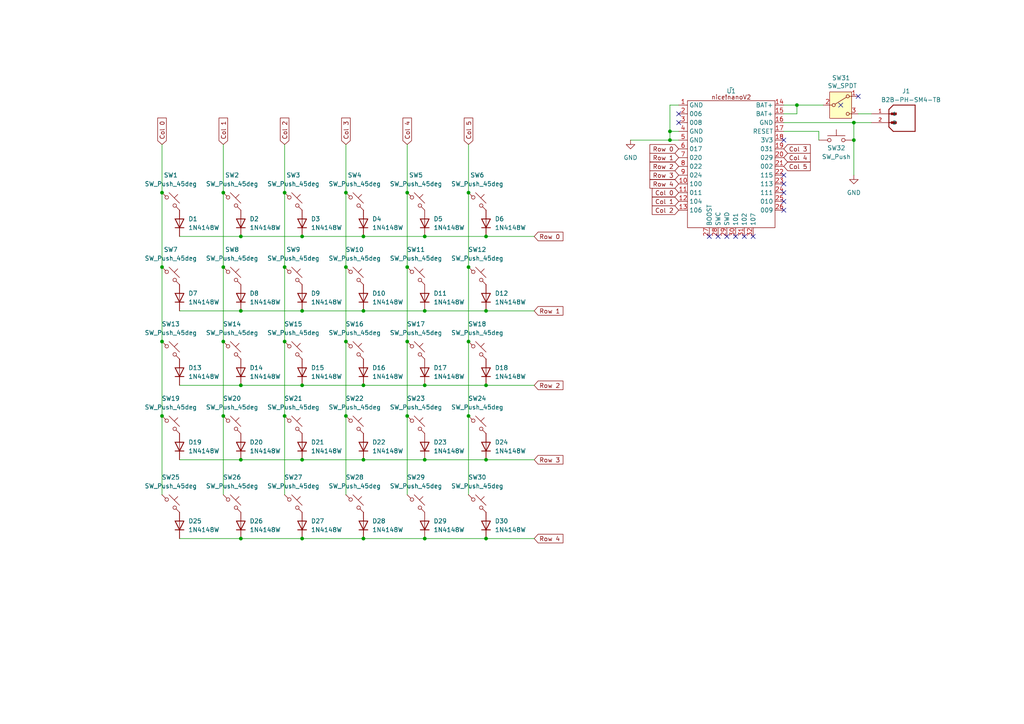
<source format=kicad_sch>
(kicad_sch (version 20250114) (generator "eeschema") (generator_version "9.0")
  (paper "A4")
  (lib_symbols
    (symbol "Diode:1N4148W" (pin_numbers (hide yes)) (pin_names (hide yes))
      (property "Reference" "D" (at 0 2.54 0))
      (property "Value" "1N4148W" (at 0 -2.54 0))
      (symbol "1N4148W_0_1"
        (polyline (pts (xy -1.27 1.27) (xy -1.27 -1.27)) (stroke (width 0.254)))
        (polyline (pts (xy 1.27 1.27) (xy 1.27 -1.27) (xy -1.27 0) (xy 1.27 1.27)) (stroke (width 0.254)))
        (polyline (pts (xy 1.27 0) (xy -1.27 0)))
      )
      (symbol "1N4148W_1_1"
        (pin passive line (at -3.81 0 0) (length 2.54) (name "K") (number "1"))
        (pin passive line (at 3.81 0 180) (length 2.54) (name "A") (number "2"))
      )
    )
    (symbol "Switch:SW_Push" (pin_numbers (hide yes)) (pin_names (offset 1.016) (hide yes))
      (property "Reference" "SW" (at 1.27 2.54 0))
      (property "Value" "SW_Push" (at 0 -1.524 0))
      (symbol "SW_Push_0_1"
        (circle (center -2.032 0) (radius 0.508))
        (polyline (pts (xy 0 1.27) (xy 0 3.048)))
        (circle (center 2.032 0) (radius 0.508))
        (polyline (pts (xy 2.54 1.27) (xy -2.54 1.27)))
        (pin passive line (at -5.08 0 0) (length 2.54) (name "1") (number "1"))
        (pin passive line (at 5.08 0 180) (length 2.54) (name "2") (number "2"))
      )
    )
    (symbol "Switch:SW_Push_45deg" (pin_numbers (hide yes)) (pin_names (offset 1.016) (hide yes))
      (property "Reference" "SW" (at 3.048 1.016 0))
      (property "Value" "SW_Push_45deg" (at 0 -3.81 0))
      (symbol "SW_Push_45deg_0_1"
        (polyline (pts (xy -2.54 2.54) (xy -1.524 1.524) (xy -1.524 1.524)))
        (circle (center -1.1684 1.1684) (radius 0.508))
        (polyline (pts (xy -0.508 2.54) (xy 2.54 -0.508)))
        (polyline (pts (xy 1.016 1.016) (xy 2.032 2.032)))
        (circle (center 1.143 -1.1938) (radius 0.508))
        (polyline (pts (xy 1.524 -1.524) (xy 2.54 -2.54) (xy 2.54 -2.54) (xy 2.54 -2.54)))
        (pin passive line (at -2.54 2.54 0) (length 0) (name "1") (number "1"))
        (pin passive line (at 2.54 -2.54 180) (length 0) (name "2") (number "2"))
      )
    )
    (symbol "Switch:SW_SPDT" (pin_names (offset 0) (hide yes))
      (property "Reference" "SW" (at 0 5.08 0))
      (property "Value" "SW_SPDT" (at 0 -5.08 0))
      (symbol "SW_SPDT_0_1"
        (circle (center -2.032 0) (radius 0.4572))
        (polyline (pts (xy -1.651 0.254) (xy 1.651 2.286)))
        (circle (center 2.032 2.54) (radius 0.4572))
        (circle (center 2.032 -2.54) (radius 0.4572))
      )
      (symbol "SW_SPDT_1_1"
        (rectangle (start -3.175 3.81) (end 3.175 -3.81) (fill (type background)))
        (pin passive line (at -5.08 0 0) (length 2.54) (name "B") (number "2"))
        (pin passive line (at 5.08 2.54 180) (length 2.54) (name "A") (number "1"))
        (pin passive line (at 5.08 -2.54 180) (length 2.54) (name "C") (number "3"))
      )
    )
    (symbol "parts:B2B-PH-SM4-TB" (pin_names (offset 1.016))
      (property "Reference" "J" (at -3.81 5.08 0))
      (property "Value" "B2B-PH-SM4-TB" (at -3.81 -6.35 0))
      (symbol "B2B-PH-SM4-TB_0_0"
        (polyline (pts (xy -3.81 2.54) (xy -3.81 1.27)) (stroke (width 0.254)))
        (polyline (pts (xy -3.81 2.54) (xy -2.54 3.81)) (stroke (width 0.254)))
        (polyline (pts (xy -3.81 1.27) (xy -3.81 -2.54)) (stroke (width 0.254)))
        (polyline (pts (xy -3.81 1.27) (xy -1.905 1.27)) (stroke (width 0.254)))
        (polyline (pts (xy -3.81 -1.27) (xy -1.905 -1.27)) (stroke (width 0.254)))
        (polyline (pts (xy -3.81 -2.54) (xy -2.54 -3.81)) (stroke (width 0.254)))
        (rectangle (start -3.175 0.9525) (end -1.5875 1.5875) (stroke (width 0.1)) (fill (type outline)))
        (rectangle (start -3.175 -1.5875) (end -1.5875 -0.9525) (stroke (width 0.1)) (fill (type outline)))
        (polyline (pts (xy -2.54 -3.81) (xy 3.81 -3.81)) (stroke (width 0.254)))
        (polyline (pts (xy 3.81 3.81) (xy -2.54 3.81)) (stroke (width 0.254)))
        (polyline (pts (xy 3.81 -3.81) (xy 3.81 3.81)) (stroke (width 0.254)))
        (pin passive line (at -8.89 1.27 0) (length 5.08) (name "1") (number "1"))
        (pin passive line (at -8.89 -1.27 0) (length 5.08) (name "2") (number "2"))
      )
    )
    (symbol "power:GND" (power) (pin_numbers (hide yes)) (pin_names (offset 0) (hide yes))
      (property "Value" "GND" (at 0 -3.81 0))
      (symbol "GND_0_1"
        (polyline (pts (xy 0 0) (xy 0 -1.27) (xy 1.27 -1.27) (xy 0 -2.54) (xy -1.27 -1.27) (xy 0 -1.27)))
      )
      (symbol "GND_1_1"
        (pin power_in line (at 0 0 270) (length 0) (name "~") (number "1"))
      )
    )
    (symbol "schematics:nice!nanoV2"
      (property "Reference" "U1" (at 0 18.034 0))
      (property "Value" "~" (at 0 19.05 0))
      (symbol "nice!nanoV2_0_1"
        (rectangle (start -12.7 15.24) (end 12.7 -21.59))
      )
      (symbol "nice!nanoV2_1_1"
        (text "nice!nanoV2" (at 0 16.256 0) (effects (font (size 1.27 1.27))))
        (pin bidirectional line (at -15.24 13.97 0) (length 2.54) (name "GND") (number "1"))
        (pin bidirectional line (at -15.24 11.43 0) (length 2.54) (name "006") (number "2"))
        (pin bidirectional line (at -15.24 8.89 0) (length 2.54) (name "008") (number "3"))
        (pin bidirectional line (at -15.24 6.35 0) (length 2.54) (name "GND") (number "4"))
        (pin bidirectional line (at -15.24 3.81 0) (length 2.54) (name "GND") (number "5"))
        (pin bidirectional line (at -15.24 1.27 0) (length 2.54) (name "017") (number "6"))
        (pin bidirectional line (at -15.24 -1.27 0) (length 2.54) (name "020") (number "7"))
        (pin bidirectional line (at -15.24 -3.81 0) (length 2.54) (name "022") (number "8"))
        (pin bidirectional line (at -15.24 -6.35 0) (length 2.54) (name "024") (number "9"))
        (pin bidirectional line (at -15.24 -8.89 0) (length 2.54) (name "100") (number "10"))
        (pin bidirectional line (at -15.24 -11.43 0) (length 2.54) (name "011") (number "11"))
        (pin bidirectional line (at -15.24 -13.97 0) (length 2.54) (name "104") (number "12"))
        (pin bidirectional line (at -15.24 -16.51 0) (length 2.54) (name "106") (number "13"))
        (pin bidirectional line (at -6.35 -24.13 90) (length 2.54) (name "BOOST") (number "27"))
        (pin bidirectional line (at -3.81 -24.13 90) (length 2.54) (name "SWC") (number "28"))
        (pin bidirectional line (at -1.27 -24.13 90) (length 2.54) (name "SWD") (number "29"))
        (pin bidirectional line (at 1.27 -24.13 90) (length 2.54) (name "101") (number "30"))
        (pin bidirectional line (at 3.81 -24.13 90) (length 2.54) (name "102") (number "31"))
        (pin bidirectional line (at 6.35 -24.13 90) (length 2.54) (name "107") (number "32"))
        (pin bidirectional line (at 15.24 13.97 180) (length 2.54) (name "BAT+") (number "14"))
        (pin bidirectional line (at 15.24 11.43 180) (length 2.54) (name "BAT+") (number "15"))
        (pin bidirectional line (at 15.24 8.89 180) (length 2.54) (name "GND") (number "16"))
        (pin bidirectional line (at 15.24 6.35 180) (length 2.54) (name "RESET") (number "17"))
        (pin bidirectional line (at 15.24 3.81 180) (length 2.54) (name "3V3") (number "18"))
        (pin bidirectional line (at 15.24 1.27 180) (length 2.54) (name "031") (number "19"))
        (pin bidirectional line (at 15.24 -1.27 180) (length 2.54) (name "029") (number "20"))
        (pin bidirectional line (at 15.24 -3.81 180) (length 2.54) (name "002") (number "21"))
        (pin bidirectional line (at 15.24 -6.35 180) (length 2.54) (name "115") (number "22"))
        (pin bidirectional line (at 15.24 -8.89 180) (length 2.54) (name "113") (number "23"))
        (pin bidirectional line (at 15.24 -11.43 180) (length 2.54) (name "111") (number "24"))
        (pin bidirectional line (at 15.24 -13.97 180) (length 2.54) (name "010") (number "25"))
        (pin bidirectional line (at 15.24 -16.51 180) (length 2.54) (name "009") (number "26"))
      )
    )
  )
  (junction (at 123.19 68.58))
  (junction (at 135.89 55.88))
  (junction (at 135.89 77.47))
  (junction (at 64.77 55.88))
  (junction (at 46.99 55.88))
  (junction (at 247.65 40.64))
  (junction (at 87.63 111.76))
  (junction (at 100.33 55.88))
  (junction (at 82.55 120.65))
  (junction (at 118.11 55.88))
  (junction (at 69.85 111.76))
  (junction (at 123.19 90.17))
  (junction (at 231.14 30.48))
  (junction (at 135.89 99.06))
  (junction (at 123.19 111.76))
  (junction (at 46.99 120.65))
  (junction (at 105.41 156.21))
  (junction (at 100.33 99.06))
  (junction (at 87.63 156.21))
  (junction (at 82.55 99.06))
  (junction (at 105.41 111.76))
  (junction (at 69.85 133.35))
  (junction (at 82.55 77.47))
  (junction (at 140.97 90.17))
  (junction (at 194.31 40.64))
  (junction (at 64.77 120.65))
  (junction (at 82.55 55.88))
  (junction (at 118.11 120.65))
  (junction (at 87.63 68.58))
  (junction (at 69.85 68.58))
  (junction (at 135.89 120.65))
  (junction (at 247.65 35.56))
  (junction (at 87.63 90.17))
  (junction (at 105.41 133.35))
  (junction (at 100.33 77.47))
  (junction (at 140.97 156.21))
  (junction (at 123.19 133.35))
  (junction (at 105.41 68.58))
  (junction (at 69.85 90.17))
  (junction (at 194.31 38.1))
  (junction (at 64.77 99.06))
  (junction (at 140.97 133.35))
  (junction (at 46.99 77.47))
  (junction (at 87.63 133.35))
  (junction (at 100.33 120.65))
  (junction (at 118.11 99.06))
  (junction (at 140.97 111.76))
  (junction (at 123.19 156.21))
  (junction (at 105.41 90.17))
  (junction (at 69.85 156.21))
  (junction (at 140.97 68.58))
  (junction (at 64.77 77.47))
  (junction (at 118.11 77.47))
  (junction (at 46.99 99.06))
  (no_connect (at 227.33 55.88))
  (no_connect (at 227.33 40.64))
  (no_connect (at 215.9 68.58))
  (no_connect (at 227.33 50.8))
  (no_connect (at 205.74 68.58))
  (no_connect (at 248.92 27.94))
  (no_connect (at 210.82 68.58))
  (no_connect (at 196.85 33.02))
  (no_connect (at 218.44 68.58))
  (no_connect (at 227.33 60.96))
  (no_connect (at 213.36 68.58))
  (no_connect (at 243.84 30.48))
  (no_connect (at 196.85 35.56))
  (no_connect (at 227.33 58.42))
  (no_connect (at 227.33 53.34))
  (no_connect (at 208.28 68.58))
  (wire (pts (xy 69.85 156.21) (xy 87.63 156.21)))
  (wire (pts (xy 69.85 90.17) (xy 87.63 90.17)))
  (wire (pts (xy 227.33 35.56) (xy 247.65 35.56)))
  (wire (pts (xy 105.41 90.17) (xy 123.19 90.17)))
  (wire (pts (xy 87.63 90.17) (xy 105.41 90.17)))
  (wire (pts (xy 82.55 120.65) (xy 82.55 143.51)))
  (wire (pts (xy 123.19 156.21) (xy 140.97 156.21)))
  (wire (pts (xy 64.77 55.88) (xy 64.77 41.91)))
  (wire (pts (xy 196.85 38.1) (xy 194.31 38.1)))
  (wire (pts (xy 135.89 55.88) (xy 135.89 77.47)))
  (wire (pts (xy 82.55 99.06) (xy 82.55 120.65)))
  (wire (pts (xy 64.77 120.65) (xy 64.77 143.51)))
  (wire (pts (xy 69.85 133.35) (xy 87.63 133.35)))
  (wire (pts (xy 52.07 133.35) (xy 69.85 133.35)))
  (wire (pts (xy 52.07 111.76) (xy 69.85 111.76)))
  (wire (pts (xy 118.11 55.88) (xy 118.11 41.91)))
  (wire (pts (xy 87.63 68.58) (xy 105.41 68.58)))
  (wire (pts (xy 123.19 68.58) (xy 140.97 68.58)))
  (wire (pts (xy 46.99 120.65) (xy 46.99 143.51)))
  (wire (pts (xy 52.07 90.17) (xy 69.85 90.17)))
  (wire (pts (xy 82.55 55.88) (xy 82.55 41.91)))
  (wire (pts (xy 118.11 55.88) (xy 118.11 77.47)))
  (wire (pts (xy 238.76 30.48) (xy 231.14 30.48)))
  (wire (pts (xy 135.89 77.47) (xy 135.89 99.06)))
  (wire (pts (xy 100.33 77.47) (xy 100.33 99.06)))
  (wire (pts (xy 118.11 120.65) (xy 118.11 143.51)))
  (wire (pts (xy 100.33 120.65) (xy 100.33 143.51)))
  (wire (pts (xy 227.33 30.48) (xy 231.14 30.48)))
  (wire (pts (xy 46.99 99.06) (xy 46.99 120.65)))
  (wire (pts (xy 227.33 38.1) (xy 237.49 38.1)))
  (wire (pts (xy 100.33 99.06) (xy 100.33 120.65)))
  (wire (pts (xy 231.14 33.02) (xy 231.14 30.48)))
  (wire (pts (xy 140.97 133.35) (xy 154.94 133.35)))
  (wire (pts (xy 105.41 68.58) (xy 123.19 68.58)))
  (wire (pts (xy 135.89 99.06) (xy 135.89 120.65)))
  (wire (pts (xy 182.88 40.64) (xy 194.31 40.64)))
  (wire (pts (xy 100.33 55.88) (xy 100.33 41.91)))
  (wire (pts (xy 82.55 55.88) (xy 82.55 77.47)))
  (wire (pts (xy 105.41 133.35) (xy 123.19 133.35)))
  (wire (pts (xy 140.97 90.17) (xy 154.94 90.17)))
  (wire (pts (xy 247.65 50.8) (xy 247.65 40.64)))
  (wire (pts (xy 140.97 68.58) (xy 154.94 68.58)))
  (wire (pts (xy 123.19 133.35) (xy 140.97 133.35)))
  (wire (pts (xy 100.33 55.88) (xy 100.33 77.47)))
  (wire (pts (xy 237.49 40.64) (xy 237.49 38.1)))
  (wire (pts (xy 82.55 77.47) (xy 82.55 99.06)))
  (wire (pts (xy 194.31 40.64) (xy 196.85 40.64)))
  (wire (pts (xy 105.41 111.76) (xy 123.19 111.76)))
  (wire (pts (xy 118.11 99.06) (xy 118.11 120.65)))
  (wire (pts (xy 196.85 30.48) (xy 194.31 30.48)))
  (wire (pts (xy 118.11 77.47) (xy 118.11 99.06)))
  (wire (pts (xy 135.89 55.88) (xy 135.89 41.91)))
  (wire (pts (xy 227.33 33.02) (xy 231.14 33.02)))
  (wire (pts (xy 87.63 111.76) (xy 105.41 111.76)))
  (wire (pts (xy 123.19 90.17) (xy 140.97 90.17)))
  (wire (pts (xy 123.19 111.76) (xy 140.97 111.76)))
  (wire (pts (xy 252.73 35.56) (xy 247.65 35.56)))
  (wire (pts (xy 194.31 38.1) (xy 194.31 40.64)))
  (wire (pts (xy 248.92 33.02) (xy 252.73 33.02)))
  (wire (pts (xy 52.07 156.21) (xy 69.85 156.21)))
  (wire (pts (xy 140.97 111.76) (xy 154.94 111.76)))
  (wire (pts (xy 69.85 68.58) (xy 87.63 68.58)))
  (wire (pts (xy 140.97 156.21) (xy 154.94 156.21)))
  (wire (pts (xy 247.65 40.64) (xy 247.65 35.56)))
  (wire (pts (xy 46.99 55.88) (xy 46.99 77.47)))
  (wire (pts (xy 105.41 156.21) (xy 123.19 156.21)))
  (wire (pts (xy 87.63 156.21) (xy 105.41 156.21)))
  (wire (pts (xy 69.85 111.76) (xy 87.63 111.76)))
  (wire (pts (xy 46.99 77.47) (xy 46.99 99.06)))
  (wire (pts (xy 87.63 133.35) (xy 105.41 133.35)))
  (wire (pts (xy 135.89 120.65) (xy 135.89 143.51)))
  (wire (pts (xy 194.31 30.48) (xy 194.31 38.1)))
  (wire (pts (xy 52.07 68.58) (xy 69.85 68.58)))
  (wire (pts (xy 46.99 55.88) (xy 46.99 41.91)))
  (wire (pts (xy 64.77 77.47) (xy 64.77 99.06)))
  (wire (pts (xy 64.77 99.06) (xy 64.77 120.65)))
  (wire (pts (xy 64.77 55.88) (xy 64.77 77.47)))
  (global_label "Row 0" (shape input) (at 154.94 68.58 0) (property "Intersheetrefs" "${INTERSHEET_REFS}" (effects (hide yes))))
  (global_label "Row 1" (shape input) (at 196.85 45.72 180) (property "Intersheetrefs" "${INTERSHEET_REFS}" (effects (hide yes))))
  (global_label "Col 0" (shape input) (at 46.99 41.91 90) (property "Intersheetrefs" "${INTERSHEET_REFS}" (effects (hide yes))))
  (global_label "Col 5" (shape input) (at 227.33 48.26 0) (property "Intersheetrefs" "${INTERSHEET_REFS}" (effects (hide yes))))
  (global_label "Row 2" (shape input) (at 154.94 111.76 0) (property "Intersheetrefs" "${INTERSHEET_REFS}" (effects (hide yes))))
  (global_label "Row 0" (shape input) (at 196.85 43.18 180) (property "Intersheetrefs" "${INTERSHEET_REFS}" (effects (hide yes))))
  (global_label "Row 4" (shape input) (at 154.94 156.21 0) (property "Intersheetrefs" "${INTERSHEET_REFS}" (effects (hide yes))))
  (global_label "Col 1" (shape input) (at 196.85 58.42 180) (property "Intersheetrefs" "${INTERSHEET_REFS}" (effects (hide yes))))
  (global_label "Col 0" (shape input) (at 196.85 55.88 180) (property "Intersheetrefs" "${INTERSHEET_REFS}" (effects (hide yes))))
  (global_label "Row 1" (shape input) (at 154.94 90.17 0) (property "Intersheetrefs" "${INTERSHEET_REFS}" (effects (hide yes))))
  (global_label "Row 4" (shape input) (at 196.85 53.34 180) (property "Intersheetrefs" "${INTERSHEET_REFS}" (effects (hide yes))))
  (global_label "Col 4" (shape input) (at 118.11 41.91 90) (property "Intersheetrefs" "${INTERSHEET_REFS}" (effects (hide yes))))
  (global_label "Row 2" (shape input) (at 196.85 48.26 180) (property "Intersheetrefs" "${INTERSHEET_REFS}" (effects (hide yes))))
  (global_label "Col 2" (shape input) (at 82.55 41.91 90) (property "Intersheetrefs" "${INTERSHEET_REFS}" (effects (hide yes))))
  (global_label "Col 4" (shape input) (at 227.33 45.72 0) (property "Intersheetrefs" "${INTERSHEET_REFS}" (effects (hide yes))))
  (global_label "Col 1" (shape input) (at 64.77 41.91 90) (property "Intersheetrefs" "${INTERSHEET_REFS}" (effects (hide yes))))
  (global_label "Col 3" (shape input) (at 100.33 41.91 90) (property "Intersheetrefs" "${INTERSHEET_REFS}" (effects (hide yes))))
  (global_label "Row 3" (shape input) (at 154.94 133.35 0) (property "Intersheetrefs" "${INTERSHEET_REFS}" (effects (hide yes))))
  (global_label "Col 2" (shape input) (at 196.85 60.96 180) (property "Intersheetrefs" "${INTERSHEET_REFS}" (effects (hide yes))))
  (global_label "Col 3" (shape input) (at 227.33 43.18 0) (property "Intersheetrefs" "${INTERSHEET_REFS}" (effects (hide yes))))
  (global_label "Row 3" (shape input) (at 196.85 50.8 180) (property "Intersheetrefs" "${INTERSHEET_REFS}" (effects (hide yes))))
  (global_label "Col 5" (shape input) (at 135.89 41.91 90) (property "Intersheetrefs" "${INTERSHEET_REFS}" (effects (hide yes))))
  (symbol (lib_id "Switch:SW_Push_45deg") (at 102.87 123.19 0) (unit 1)
    (property "Reference" "SW22" (at 102.87 115.57 0))
    (property "Value" "SW_Push_45deg" (at 102.87 118.11 0))
    (property "Footprint" "PCM_Switch_Keyboard_Hotswap_Kailh:SW_Hotswap_Kailh_Choc_V1_1.00u" (effects (hide yes)))
    (property "Description" "Push button switch, normally open, two pins, 45° tilted" (effects (hide yes)))
  )
  (symbol (lib_id "Switch:SW_Push_45deg") (at 120.65 80.01 0) (unit 1)
    (property "Reference" "SW11" (at 120.65 72.39 0))
    (property "Value" "SW_Push_45deg" (at 120.65 74.93 0))
    (property "Footprint" "PCM_Switch_Keyboard_Hotswap_Kailh:SW_Hotswap_Kailh_Choc_V1_1.00u" (effects (hide yes)))
    (property "Description" "Push button switch, normally open, two pins, 45° tilted" (effects (hide yes)))
  )
  (symbol (lib_id "Diode:1N4148W") (at 123.19 86.36 90) (unit 1)
    (property "Reference" "D11" (at 125.73 85.0899 90) (effects (justify right)))
    (property "Value" "1N4148W" (at 125.73 87.6299 90) (effects (justify right)))
    (property "Footprint" "Diode_SMD:D_SOD-123" (effects (hide yes)))
    (property "Datasheet" "https://www.vishay.com/docs/85748/1n4148w.pdf" (effects (hide yes)))
    (property "Description" "75V 0.15A Fast Switching Diode, SOD-123" (effects (hide yes)))
    (property "Sim.Device" "D" (effects (hide yes)))
    (property "Sim.Pins" "1=K 2=A" (effects (hide yes)))
  )
  (symbol (lib_id "Switch:SW_Push") (at 242.57 40.64 0) (unit 1)
    (property "Reference" "SW32" (at 242.57 42.926 0))
    (property "Value" "SW_Push" (at 242.57 45.466 0))
    (property "Description" "Push button switch, generic, two pins" (effects (hide yes)))
  )
  (symbol (lib_id "Switch:SW_Push_45deg") (at 85.09 101.6 0) (unit 1)
    (property "Reference" "SW15" (at 85.09 93.98 0))
    (property "Value" "SW_Push_45deg" (at 85.09 96.52 0))
    (property "Footprint" "PCM_Switch_Keyboard_Hotswap_Kailh:SW_Hotswap_Kailh_Choc_V1_1.00u" (effects (hide yes)))
    (property "Description" "Push button switch, normally open, two pins, 45° tilted" (effects (hide yes)))
  )
  (symbol (lib_id "Diode:1N4148W") (at 87.63 152.4 90) (unit 1)
    (property "Reference" "D27" (at 90.17 151.1299 90) (effects (justify right)))
    (property "Value" "1N4148W" (at 90.17 153.6699 90) (effects (justify right)))
    (property "Footprint" "Diode_SMD:D_SOD-123" (effects (hide yes)))
    (property "Datasheet" "https://www.vishay.com/docs/85748/1n4148w.pdf" (effects (hide yes)))
    (property "Description" "75V 0.15A Fast Switching Diode, SOD-123" (effects (hide yes)))
    (property "Sim.Device" "D" (effects (hide yes)))
    (property "Sim.Pins" "1=K 2=A" (effects (hide yes)))
  )
  (symbol (lib_id "Diode:1N4148W") (at 140.97 86.36 90) (unit 1)
    (property "Reference" "D12" (at 143.51 85.0899 90) (effects (justify right)))
    (property "Value" "1N4148W" (at 143.51 87.6299 90) (effects (justify right)))
    (property "Footprint" "Diode_SMD:D_SOD-123" (effects (hide yes)))
    (property "Datasheet" "https://www.vishay.com/docs/85748/1n4148w.pdf" (effects (hide yes)))
    (property "Description" "75V 0.15A Fast Switching Diode, SOD-123" (effects (hide yes)))
    (property "Sim.Device" "D" (effects (hide yes)))
    (property "Sim.Pins" "1=K 2=A" (effects (hide yes)))
  )
  (symbol (lib_id "Diode:1N4148W") (at 105.41 152.4 90) (unit 1)
    (property "Reference" "D28" (at 107.95 151.1299 90) (effects (justify right)))
    (property "Value" "1N4148W" (at 107.95 153.6699 90) (effects (justify right)))
    (property "Footprint" "Diode_SMD:D_SOD-123" (effects (hide yes)))
    (property "Datasheet" "https://www.vishay.com/docs/85748/1n4148w.pdf" (effects (hide yes)))
    (property "Description" "75V 0.15A Fast Switching Diode, SOD-123" (effects (hide yes)))
    (property "Sim.Device" "D" (effects (hide yes)))
    (property "Sim.Pins" "1=K 2=A" (effects (hide yes)))
  )
  (symbol (lib_id "power:GND") (at 182.88 40.64 0) (unit 1)
    (property "Reference" "#PWR01" (effects (hide yes)))
    (property "Value" "GND" (at 182.88 45.72 0))
    (property "Description" "Power symbol creates a global label with name \"GND\" , ground" (effects (hide yes)))
  )
  (symbol (lib_id "Switch:SW_SPDT") (at 243.84 30.48 0) (unit 1)
    (property "Reference" "SW31" (at 241.3 22.606 0) (effects (justify left)))
    (property "Value" "SW_SPDT" (at 240.03 24.892 0) (effects (justify left)))
    (property "Description" "Switch, single pole double throw" (effects (hide yes)))
  )
  (symbol (lib_id "Diode:1N4148W") (at 123.19 64.77 90) (unit 1)
    (property "Reference" "D5" (at 125.73 63.4999 90) (effects (justify right)))
    (property "Value" "1N4148W" (at 125.73 66.0399 90) (effects (justify right)))
    (property "Footprint" "Diode_SMD:D_SOD-123" (effects (hide yes)))
    (property "Datasheet" "https://www.vishay.com/docs/85748/1n4148w.pdf" (effects (hide yes)))
    (property "Description" "75V 0.15A Fast Switching Diode, SOD-123" (effects (hide yes)))
    (property "Sim.Device" "D" (effects (hide yes)))
    (property "Sim.Pins" "1=K 2=A" (effects (hide yes)))
  )
  (symbol (lib_id "Switch:SW_Push_45deg") (at 120.65 58.42 0) (unit 1)
    (property "Reference" "SW5" (at 120.65 50.8 0))
    (property "Value" "SW_Push_45deg" (at 120.65 53.34 0))
    (property "Footprint" "PCM_Switch_Keyboard_Hotswap_Kailh:SW_Hotswap_Kailh_Choc_V1_1.00u" (effects (hide yes)))
    (property "Description" "Push button switch, normally open, two pins, 45° tilted" (effects (hide yes)))
  )
  (symbol (lib_id "Diode:1N4148W") (at 87.63 64.77 90) (unit 1)
    (property "Reference" "D3" (at 90.17 63.4999 90) (effects (justify right)))
    (property "Value" "1N4148W" (at 90.17 66.0399 90) (effects (justify right)))
    (property "Footprint" "Diode_SMD:D_SOD-123" (effects (hide yes)))
    (property "Datasheet" "https://www.vishay.com/docs/85748/1n4148w.pdf" (effects (hide yes)))
    (property "Description" "75V 0.15A Fast Switching Diode, SOD-123" (effects (hide yes)))
    (property "Sim.Device" "D" (effects (hide yes)))
    (property "Sim.Pins" "1=K 2=A" (effects (hide yes)))
  )
  (symbol (lib_id "Switch:SW_Push_45deg") (at 138.43 58.42 0) (unit 1)
    (property "Reference" "SW6" (at 138.43 50.8 0))
    (property "Value" "SW_Push_45deg" (at 138.43 53.34 0))
    (property "Footprint" "PCM_Switch_Keyboard_Hotswap_Kailh:SW_Hotswap_Kailh_Choc_V1_1.00u" (effects (hide yes)))
    (property "Description" "Push button switch, normally open, two pins, 45° tilted" (effects (hide yes)))
  )
  (symbol (lib_id "Switch:SW_Push_45deg") (at 49.53 101.6 0) (unit 1)
    (property "Reference" "SW13" (at 49.53 93.98 0))
    (property "Value" "SW_Push_45deg" (at 49.53 96.52 0))
    (property "Footprint" "PCM_Switch_Keyboard_Hotswap_Kailh:SW_Hotswap_Kailh_Choc_V1_1.00u" (effects (hide yes)))
    (property "Description" "Push button switch, normally open, two pins, 45° tilted" (effects (hide yes)))
  )
  (symbol (lib_id "Diode:1N4148W") (at 52.07 152.4 90) (unit 1)
    (property "Reference" "D25" (at 54.61 151.1299 90) (effects (justify right)))
    (property "Value" "1N4148W" (at 54.61 153.6699 90) (effects (justify right)))
    (property "Footprint" "Diode_SMD:D_SOD-123" (effects (hide yes)))
    (property "Datasheet" "https://www.vishay.com/docs/85748/1n4148w.pdf" (effects (hide yes)))
    (property "Description" "75V 0.15A Fast Switching Diode, SOD-123" (effects (hide yes)))
    (property "Sim.Device" "D" (effects (hide yes)))
    (property "Sim.Pins" "1=K 2=A" (effects (hide yes)))
  )
  (symbol (lib_id "Diode:1N4148W") (at 105.41 107.95 90) (unit 1)
    (property "Reference" "D16" (at 107.95 106.6799 90) (effects (justify right)))
    (property "Value" "1N4148W" (at 107.95 109.2199 90) (effects (justify right)))
    (property "Footprint" "Diode_SMD:D_SOD-123" (effects (hide yes)))
    (property "Datasheet" "https://www.vishay.com/docs/85748/1n4148w.pdf" (effects (hide yes)))
    (property "Description" "75V 0.15A Fast Switching Diode, SOD-123" (effects (hide yes)))
    (property "Sim.Device" "D" (effects (hide yes)))
    (property "Sim.Pins" "1=K 2=A" (effects (hide yes)))
  )
  (symbol (lib_id "Switch:SW_Push_45deg") (at 67.31 146.05 0) (unit 1)
    (property "Reference" "SW26" (at 67.31 138.43 0))
    (property "Value" "SW_Push_45deg" (at 67.31 140.97 0))
    (property "Footprint" "PCM_Switch_Keyboard_Hotswap_Kailh:SW_Hotswap_Kailh_Choc_V1_1.00u" (effects (hide yes)))
    (property "Description" "Push button switch, normally open, two pins, 45° tilted" (effects (hide yes)))
  )
  (symbol (lib_id "Switch:SW_Push_45deg") (at 120.65 101.6 0) (unit 1)
    (property "Reference" "SW17" (at 120.65 93.98 0))
    (property "Value" "SW_Push_45deg" (at 120.65 96.52 0))
    (property "Footprint" "PCM_Switch_Keyboard_Hotswap_Kailh:SW_Hotswap_Kailh_Choc_V1_1.00u" (effects (hide yes)))
    (property "Description" "Push button switch, normally open, two pins, 45° tilted" (effects (hide yes)))
  )
  (symbol (lib_id "Switch:SW_Push_45deg") (at 49.53 146.05 0) (unit 1)
    (property "Reference" "SW25" (at 49.53 138.43 0))
    (property "Value" "SW_Push_45deg" (at 49.53 140.97 0))
    (property "Footprint" "PCM_Switch_Keyboard_Hotswap_Kailh:SW_Hotswap_Kailh_Choc_V1_1.00u" (effects (hide yes)))
    (property "Description" "Push button switch, normally open, two pins, 45° tilted" (effects (hide yes)))
  )
  (symbol (lib_id "Switch:SW_Push_45deg") (at 49.53 80.01 0) (unit 1)
    (property "Reference" "SW7" (at 49.53 72.39 0))
    (property "Value" "SW_Push_45deg" (at 49.53 74.93 0))
    (property "Footprint" "PCM_Switch_Keyboard_Hotswap_Kailh:SW_Hotswap_Kailh_Choc_V1_1.00u" (effects (hide yes)))
    (property "Description" "Push button switch, normally open, two pins, 45° tilted" (effects (hide yes)))
  )
  (symbol (lib_id "Diode:1N4148W") (at 87.63 107.95 90) (unit 1)
    (property "Reference" "D15" (at 90.17 106.6799 90) (effects (justify right)))
    (property "Value" "1N4148W" (at 90.17 109.2199 90) (effects (justify right)))
    (property "Footprint" "Diode_SMD:D_SOD-123" (effects (hide yes)))
    (property "Datasheet" "https://www.vishay.com/docs/85748/1n4148w.pdf" (effects (hide yes)))
    (property "Description" "75V 0.15A Fast Switching Diode, SOD-123" (effects (hide yes)))
    (property "Sim.Device" "D" (effects (hide yes)))
    (property "Sim.Pins" "1=K 2=A" (effects (hide yes)))
  )
  (symbol (lib_id "Switch:SW_Push_45deg") (at 85.09 146.05 0) (unit 1)
    (property "Reference" "SW27" (at 85.09 138.43 0))
    (property "Value" "SW_Push_45deg" (at 85.09 140.97 0))
    (property "Footprint" "PCM_Switch_Keyboard_Hotswap_Kailh:SW_Hotswap_Kailh_Choc_V1_1.00u" (effects (hide yes)))
    (property "Description" "Push button switch, normally open, two pins, 45° tilted" (effects (hide yes)))
  )
  (symbol (lib_id "Switch:SW_Push_45deg") (at 67.31 101.6 0) (unit 1)
    (property "Reference" "SW14" (at 67.31 93.98 0))
    (property "Value" "SW_Push_45deg" (at 67.31 96.52 0))
    (property "Footprint" "PCM_Switch_Keyboard_Hotswap_Kailh:SW_Hotswap_Kailh_Choc_V1_1.00u" (effects (hide yes)))
    (property "Description" "Push button switch, normally open, two pins, 45° tilted" (effects (hide yes)))
  )
  (symbol (lib_id "Switch:SW_Push_45deg") (at 138.43 80.01 0) (unit 1)
    (property "Reference" "SW12" (at 138.43 72.39 0))
    (property "Value" "SW_Push_45deg" (at 138.43 74.93 0))
    (property "Footprint" "PCM_Switch_Keyboard_Hotswap_Kailh:SW_Hotswap_Kailh_Choc_V1_1.00u" (effects (hide yes)))
    (property "Description" "Push button switch, normally open, two pins, 45° tilted" (effects (hide yes)))
  )
  (symbol (lib_id "Switch:SW_Push_45deg") (at 120.65 146.05 0) (unit 1)
    (property "Reference" "SW29" (at 120.65 138.43 0))
    (property "Value" "SW_Push_45deg" (at 120.65 140.97 0))
    (property "Footprint" "PCM_Switch_Keyboard_Hotswap_Kailh:SW_Hotswap_Kailh_Choc_V1_1.00u" (effects (hide yes)))
    (property "Description" "Push button switch, normally open, two pins, 45° tilted" (effects (hide yes)))
  )
  (symbol (lib_id "Diode:1N4148W") (at 123.19 107.95 90) (unit 1)
    (property "Reference" "D17" (at 125.73 106.6799 90) (effects (justify right)))
    (property "Value" "1N4148W" (at 125.73 109.2199 90) (effects (justify right)))
    (property "Footprint" "Diode_SMD:D_SOD-123" (effects (hide yes)))
    (property "Datasheet" "https://www.vishay.com/docs/85748/1n4148w.pdf" (effects (hide yes)))
    (property "Description" "75V 0.15A Fast Switching Diode, SOD-123" (effects (hide yes)))
    (property "Sim.Device" "D" (effects (hide yes)))
    (property "Sim.Pins" "1=K 2=A" (effects (hide yes)))
  )
  (symbol (lib_id "Diode:1N4148W") (at 69.85 152.4 90) (unit 1)
    (property "Reference" "D26" (at 72.39 151.1299 90) (effects (justify right)))
    (property "Value" "1N4148W" (at 72.39 153.6699 90) (effects (justify right)))
    (property "Footprint" "Diode_SMD:D_SOD-123" (effects (hide yes)))
    (property "Datasheet" "https://www.vishay.com/docs/85748/1n4148w.pdf" (effects (hide yes)))
    (property "Description" "75V 0.15A Fast Switching Diode, SOD-123" (effects (hide yes)))
    (property "Sim.Device" "D" (effects (hide yes)))
    (property "Sim.Pins" "1=K 2=A" (effects (hide yes)))
  )
  (symbol (lib_id "Switch:SW_Push_45deg") (at 102.87 101.6 0) (unit 1)
    (property "Reference" "SW16" (at 102.87 93.98 0))
    (property "Value" "SW_Push_45deg" (at 102.87 96.52 0))
    (property "Footprint" "PCM_Switch_Keyboard_Hotswap_Kailh:SW_Hotswap_Kailh_Choc_V1_1.00u" (effects (hide yes)))
    (property "Description" "Push button switch, normally open, two pins, 45° tilted" (effects (hide yes)))
  )
  (symbol (lib_id "Switch:SW_Push_45deg") (at 102.87 58.42 0) (unit 1)
    (property "Reference" "SW4" (at 102.87 50.8 0))
    (property "Value" "SW_Push_45deg" (at 102.87 53.34 0))
    (property "Footprint" "PCM_Switch_Keyboard_Hotswap_Kailh:SW_Hotswap_Kailh_Choc_V1_1.00u" (effects (hide yes)))
    (property "Description" "Push button switch, normally open, two pins, 45° tilted" (effects (hide yes)))
  )
  (symbol (lib_id "Diode:1N4148W") (at 52.07 129.54 90) (unit 1)
    (property "Reference" "D19" (at 54.61 128.2699 90) (effects (justify right)))
    (property "Value" "1N4148W" (at 54.61 130.8099 90) (effects (justify right)))
    (property "Footprint" "Diode_SMD:D_SOD-123" (effects (hide yes)))
    (property "Datasheet" "https://www.vishay.com/docs/85748/1n4148w.pdf" (effects (hide yes)))
    (property "Description" "75V 0.15A Fast Switching Diode, SOD-123" (effects (hide yes)))
    (property "Sim.Device" "D" (effects (hide yes)))
    (property "Sim.Pins" "1=K 2=A" (effects (hide yes)))
  )
  (symbol (lib_id "Diode:1N4148W") (at 140.97 129.54 90) (unit 1)
    (property "Reference" "D24" (at 143.51 128.2699 90) (effects (justify right)))
    (property "Value" "1N4148W" (at 143.51 130.8099 90) (effects (justify right)))
    (property "Footprint" "Diode_SMD:D_SOD-123" (effects (hide yes)))
    (property "Datasheet" "https://www.vishay.com/docs/85748/1n4148w.pdf" (effects (hide yes)))
    (property "Description" "75V 0.15A Fast Switching Diode, SOD-123" (effects (hide yes)))
    (property "Sim.Device" "D" (effects (hide yes)))
    (property "Sim.Pins" "1=K 2=A" (effects (hide yes)))
  )
  (symbol (lib_id "Diode:1N4148W") (at 140.97 152.4 90) (unit 1)
    (property "Reference" "D30" (at 143.51 151.1299 90) (effects (justify right)))
    (property "Value" "1N4148W" (at 143.51 153.6699 90) (effects (justify right)))
    (property "Footprint" "Diode_SMD:D_SOD-123" (effects (hide yes)))
    (property "Datasheet" "https://www.vishay.com/docs/85748/1n4148w.pdf" (effects (hide yes)))
    (property "Description" "75V 0.15A Fast Switching Diode, SOD-123" (effects (hide yes)))
    (property "Sim.Device" "D" (effects (hide yes)))
    (property "Sim.Pins" "1=K 2=A" (effects (hide yes)))
  )
  (symbol (lib_id "Diode:1N4148W") (at 69.85 107.95 90) (unit 1)
    (property "Reference" "D14" (at 72.39 106.6799 90) (effects (justify right)))
    (property "Value" "1N4148W" (at 72.39 109.2199 90) (effects (justify right)))
    (property "Footprint" "Diode_SMD:D_SOD-123" (effects (hide yes)))
    (property "Datasheet" "https://www.vishay.com/docs/85748/1n4148w.pdf" (effects (hide yes)))
    (property "Description" "75V 0.15A Fast Switching Diode, SOD-123" (effects (hide yes)))
    (property "Sim.Device" "D" (effects (hide yes)))
    (property "Sim.Pins" "1=K 2=A" (effects (hide yes)))
  )
  (symbol (lib_id "Diode:1N4148W") (at 52.07 107.95 90) (unit 1)
    (property "Reference" "D13" (at 54.61 106.6799 90) (effects (justify right)))
    (property "Value" "1N4148W" (at 54.61 109.2199 90) (effects (justify right)))
    (property "Footprint" "Diode_SMD:D_SOD-123" (effects (hide yes)))
    (property "Datasheet" "https://www.vishay.com/docs/85748/1n4148w.pdf" (effects (hide yes)))
    (property "Description" "75V 0.15A Fast Switching Diode, SOD-123" (effects (hide yes)))
    (property "Sim.Device" "D" (effects (hide yes)))
    (property "Sim.Pins" "1=K 2=A" (effects (hide yes)))
  )
  (symbol (lib_id "schematics:nice!nanoV2") (at 212.09 44.45 0) (unit 1)
    (property "Reference" "U1" (at 212.09 26.416 0))
    (property "Value" "~" (at 212.09 25.4 0))
    (property "Footprint" "footprints:nice!nanoV2_reversible" (effects (hide yes)))
  )
  (symbol (lib_id "Diode:1N4148W") (at 87.63 86.36 90) (unit 1)
    (property "Reference" "D9" (at 90.17 85.0899 90) (effects (justify right)))
    (property "Value" "1N4148W" (at 90.17 87.6299 90) (effects (justify right)))
    (property "Footprint" "Diode_SMD:D_SOD-123" (effects (hide yes)))
    (property "Datasheet" "https://www.vishay.com/docs/85748/1n4148w.pdf" (effects (hide yes)))
    (property "Description" "75V 0.15A Fast Switching Diode, SOD-123" (effects (hide yes)))
    (property "Sim.Device" "D" (effects (hide yes)))
    (property "Sim.Pins" "1=K 2=A" (effects (hide yes)))
  )
  (symbol (lib_id "Switch:SW_Push_45deg") (at 120.65 123.19 0) (unit 1)
    (property "Reference" "SW23" (at 120.65 115.57 0))
    (property "Value" "SW_Push_45deg" (at 120.65 118.11 0))
    (property "Footprint" "PCM_Switch_Keyboard_Hotswap_Kailh:SW_Hotswap_Kailh_Choc_V1_1.00u" (effects (hide yes)))
    (property "Description" "Push button switch, normally open, two pins, 45° tilted" (effects (hide yes)))
  )
  (symbol (lib_id "Switch:SW_Push_45deg") (at 102.87 80.01 0) (unit 1)
    (property "Reference" "SW10" (at 102.87 72.39 0))
    (property "Value" "SW_Push_45deg" (at 102.87 74.93 0))
    (property "Footprint" "PCM_Switch_Keyboard_Hotswap_Kailh:SW_Hotswap_Kailh_Choc_V1_1.00u" (effects (hide yes)))
    (property "Description" "Push button switch, normally open, two pins, 45° tilted" (effects (hide yes)))
  )
  (symbol (lib_id "Diode:1N4148W") (at 52.07 86.36 90) (unit 1)
    (property "Reference" "D7" (at 54.61 85.0899 90) (effects (justify right)))
    (property "Value" "1N4148W" (at 54.61 87.6299 90) (effects (justify right)))
    (property "Footprint" "Diode_SMD:D_SOD-123" (effects (hide yes)))
    (property "Datasheet" "https://www.vishay.com/docs/85748/1n4148w.pdf" (effects (hide yes)))
    (property "Description" "75V 0.15A Fast Switching Diode, SOD-123" (effects (hide yes)))
    (property "Sim.Device" "D" (effects (hide yes)))
    (property "Sim.Pins" "1=K 2=A" (effects (hide yes)))
  )
  (symbol (lib_id "Switch:SW_Push_45deg") (at 49.53 123.19 0) (unit 1)
    (property "Reference" "SW19" (at 49.53 115.57 0))
    (property "Value" "SW_Push_45deg" (at 49.53 118.11 0))
    (property "Footprint" "PCM_Switch_Keyboard_Hotswap_Kailh:SW_Hotswap_Kailh_Choc_V1_1.00u" (effects (hide yes)))
    (property "Description" "Push button switch, normally open, two pins, 45° tilted" (effects (hide yes)))
  )
  (symbol (lib_id "Switch:SW_Push_45deg") (at 85.09 123.19 0) (unit 1)
    (property "Reference" "SW21" (at 85.09 115.57 0))
    (property "Value" "SW_Push_45deg" (at 85.09 118.11 0))
    (property "Footprint" "PCM_Switch_Keyboard_Hotswap_Kailh:SW_Hotswap_Kailh_Choc_V1_1.00u" (effects (hide yes)))
    (property "Description" "Push button switch, normally open, two pins, 45° tilted" (effects (hide yes)))
  )
  (symbol (lib_id "Switch:SW_Push_45deg") (at 85.09 80.01 0) (unit 1)
    (property "Reference" "SW9" (at 85.09 72.39 0))
    (property "Value" "SW_Push_45deg" (at 85.09 74.93 0))
    (property "Footprint" "PCM_Switch_Keyboard_Hotswap_Kailh:SW_Hotswap_Kailh_Choc_V1_1.00u" (effects (hide yes)))
    (property "Description" "Push button switch, normally open, two pins, 45° tilted" (effects (hide yes)))
  )
  (symbol (lib_id "Switch:SW_Push_45deg") (at 138.43 123.19 0) (unit 1)
    (property "Reference" "SW24" (at 138.43 115.57 0))
    (property "Value" "SW_Push_45deg" (at 138.43 118.11 0))
    (property "Footprint" "PCM_Switch_Keyboard_Hotswap_Kailh:SW_Hotswap_Kailh_Choc_V1_1.00u" (effects (hide yes)))
    (property "Description" "Push button switch, normally open, two pins, 45° tilted" (effects (hide yes)))
  )
  (symbol (lib_id "Diode:1N4148W") (at 123.19 129.54 90) (unit 1)
    (property "Reference" "D23" (at 125.73 128.2699 90) (effects (justify right)))
    (property "Value" "1N4148W" (at 125.73 130.8099 90) (effects (justify right)))
    (property "Footprint" "Diode_SMD:D_SOD-123" (effects (hide yes)))
    (property "Datasheet" "https://www.vishay.com/docs/85748/1n4148w.pdf" (effects (hide yes)))
    (property "Description" "75V 0.15A Fast Switching Diode, SOD-123" (effects (hide yes)))
    (property "Sim.Device" "D" (effects (hide yes)))
    (property "Sim.Pins" "1=K 2=A" (effects (hide yes)))
  )
  (symbol (lib_id "Diode:1N4148W") (at 105.41 129.54 90) (unit 1)
    (property "Reference" "D22" (at 107.95 128.2699 90) (effects (justify right)))
    (property "Value" "1N4148W" (at 107.95 130.8099 90) (effects (justify right)))
    (property "Footprint" "Diode_SMD:D_SOD-123" (effects (hide yes)))
    (property "Datasheet" "https://www.vishay.com/docs/85748/1n4148w.pdf" (effects (hide yes)))
    (property "Description" "75V 0.15A Fast Switching Diode, SOD-123" (effects (hide yes)))
    (property "Sim.Device" "D" (effects (hide yes)))
    (property "Sim.Pins" "1=K 2=A" (effects (hide yes)))
  )
  (symbol (lib_id "parts:B2B-PH-SM4-TB") (at 261.62 34.29 0) (unit 1)
    (property "Reference" "J1" (at 261.62 26.416 0) (effects (justify left)))
    (property "Value" "B2B-PH-SM4-TB" (at 255.524 28.956 0) (effects (justify left)))
    (property "Footprint" "B2B-PH-SM4-TB:JST_B2B-PH-SM4-TB" (effects (hide yes)))
    (property "MF" "JST" (effects (hide yes)))
    (property "MAXIMUM_PACKAGE_HEIGHT" "6.6 mm" (effects (hide yes)))
    (property "Package" "NON STANDARD-2 JST" (effects (hide yes)))
    (property "Price" "None" (effects (hide yes)))
    (property "Check_prices" "https://www.snapeda.com/parts/B2B-PH-SM4-TB/JST/view-part/?ref=eda" (effects (hide yes)))
    (property "STANDARD" "Manufacturer Recommendations" (effects (hide yes)))
    (property "PARTREV" "N/A" (effects (hide yes)))
    (property "SnapEDA_Link" "https://www.snapeda.com/parts/B2B-PH-SM4-TB/JST/view-part/?ref=snap" (effects (hide yes)))
    (property "MP" "B2B-PH-SM4-TB" (effects (hide yes)))
    (property "Description_1" "Connector Header Surface Mount 2 position 0.079 (2.00mm)" (effects (hide yes)))
    (property "Availability" "In Stock" (effects (hide yes)))
    (property "MANUFACTURER" "JST" (effects (hide yes)))
  )
  (symbol (lib_id "Diode:1N4148W") (at 69.85 64.77 90) (unit 1)
    (property "Reference" "D2" (at 72.39 63.4999 90) (effects (justify right)))
    (property "Value" "1N4148W" (at 72.39 66.0399 90) (effects (justify right)))
    (property "Footprint" "Diode_SMD:D_SOD-123" (effects (hide yes)))
    (property "Datasheet" "https://www.vishay.com/docs/85748/1n4148w.pdf" (effects (hide yes)))
    (property "Description" "75V 0.15A Fast Switching Diode, SOD-123" (effects (hide yes)))
    (property "Sim.Device" "D" (effects (hide yes)))
    (property "Sim.Pins" "1=K 2=A" (effects (hide yes)))
  )
  (symbol (lib_id "Switch:SW_Push_45deg") (at 67.31 123.19 0) (unit 1)
    (property "Reference" "SW20" (at 67.31 115.57 0))
    (property "Value" "SW_Push_45deg" (at 67.31 118.11 0))
    (property "Footprint" "PCM_Switch_Keyboard_Hotswap_Kailh:SW_Hotswap_Kailh_Choc_V1_1.00u" (effects (hide yes)))
    (property "Description" "Push button switch, normally open, two pins, 45° tilted" (effects (hide yes)))
  )
  (symbol (lib_id "Switch:SW_Push_45deg") (at 85.09 58.42 0) (unit 1)
    (property "Reference" "SW3" (at 85.09 50.8 0))
    (property "Value" "SW_Push_45deg" (at 85.09 53.34 0))
    (property "Footprint" "PCM_Switch_Keyboard_Hotswap_Kailh:SW_Hotswap_Kailh_Choc_V1_1.00u" (effects (hide yes)))
    (property "Description" "Push button switch, normally open, two pins, 45° tilted" (effects (hide yes)))
  )
  (symbol (lib_id "Diode:1N4148W") (at 140.97 64.77 90) (unit 1)
    (property "Reference" "D6" (at 143.51 63.4999 90) (effects (justify right)))
    (property "Value" "1N4148W" (at 143.51 66.0399 90) (effects (justify right)))
    (property "Footprint" "Diode_SMD:D_SOD-123" (effects (hide yes)))
    (property "Datasheet" "https://www.vishay.com/docs/85748/1n4148w.pdf" (effects (hide yes)))
    (property "Description" "75V 0.15A Fast Switching Diode, SOD-123" (effects (hide yes)))
    (property "Sim.Device" "D" (effects (hide yes)))
    (property "Sim.Pins" "1=K 2=A" (effects (hide yes)))
  )
  (symbol (lib_id "Diode:1N4148W") (at 105.41 86.36 90) (unit 1)
    (property "Reference" "D10" (at 107.95 85.0899 90) (effects (justify right)))
    (property "Value" "1N4148W" (at 107.95 87.6299 90) (effects (justify right)))
    (property "Footprint" "Diode_SMD:D_SOD-123" (effects (hide yes)))
    (property "Datasheet" "https://www.vishay.com/docs/85748/1n4148w.pdf" (effects (hide yes)))
    (property "Description" "75V 0.15A Fast Switching Diode, SOD-123" (effects (hide yes)))
    (property "Sim.Device" "D" (effects (hide yes)))
    (property "Sim.Pins" "1=K 2=A" (effects (hide yes)))
  )
  (symbol (lib_id "power:GND") (at 247.65 50.8 0) (unit 1)
    (property "Reference" "#PWR02" (effects (hide yes)))
    (property "Value" "GND" (at 247.65 55.88 0))
    (property "Description" "Power symbol creates a global label with name \"GND\" , ground" (effects (hide yes)))
  )
  (symbol (lib_id "Diode:1N4148W") (at 105.41 64.77 90) (unit 1)
    (property "Reference" "D4" (at 107.95 63.4999 90) (effects (justify right)))
    (property "Value" "1N4148W" (at 107.95 66.0399 90) (effects (justify right)))
    (property "Footprint" "Diode_SMD:D_SOD-123" (effects (hide yes)))
    (property "Datasheet" "https://www.vishay.com/docs/85748/1n4148w.pdf" (effects (hide yes)))
    (property "Description" "75V 0.15A Fast Switching Diode, SOD-123" (effects (hide yes)))
    (property "Sim.Device" "D" (effects (hide yes)))
    (property "Sim.Pins" "1=K 2=A" (effects (hide yes)))
  )
  (symbol (lib_id "Diode:1N4148W") (at 123.19 152.4 90) (unit 1)
    (property "Reference" "D29" (at 125.73 151.1299 90) (effects (justify right)))
    (property "Value" "1N4148W" (at 125.73 153.6699 90) (effects (justify right)))
    (property "Footprint" "Diode_SMD:D_SOD-123" (effects (hide yes)))
    (property "Datasheet" "https://www.vishay.com/docs/85748/1n4148w.pdf" (effects (hide yes)))
    (property "Description" "75V 0.15A Fast Switching Diode, SOD-123" (effects (hide yes)))
    (property "Sim.Device" "D" (effects (hide yes)))
    (property "Sim.Pins" "1=K 2=A" (effects (hide yes)))
  )
  (symbol (lib_id "Diode:1N4148W") (at 69.85 129.54 90) (unit 1)
    (property "Reference" "D20" (at 72.39 128.2699 90) (effects (justify right)))
    (property "Value" "1N4148W" (at 72.39 130.8099 90) (effects (justify right)))
    (property "Footprint" "Diode_SMD:D_SOD-123" (effects (hide yes)))
    (property "Datasheet" "https://www.vishay.com/docs/85748/1n4148w.pdf" (effects (hide yes)))
    (property "Description" "75V 0.15A Fast Switching Diode, SOD-123" (effects (hide yes)))
    (property "Sim.Device" "D" (effects (hide yes)))
    (property "Sim.Pins" "1=K 2=A" (effects (hide yes)))
  )
  (symbol (lib_id "Diode:1N4148W") (at 87.63 129.54 90) (unit 1)
    (property "Reference" "D21" (at 90.17 128.2699 90) (effects (justify right)))
    (property "Value" "1N4148W" (at 90.17 130.8099 90) (effects (justify right)))
    (property "Footprint" "Diode_SMD:D_SOD-123" (effects (hide yes)))
    (property "Datasheet" "https://www.vishay.com/docs/85748/1n4148w.pdf" (effects (hide yes)))
    (property "Description" "75V 0.15A Fast Switching Diode, SOD-123" (effects (hide yes)))
    (property "Sim.Device" "D" (effects (hide yes)))
    (property "Sim.Pins" "1=K 2=A" (effects (hide yes)))
  )
  (symbol (lib_id "Switch:SW_Push_45deg") (at 67.31 80.01 0) (unit 1)
    (property "Reference" "SW8" (at 67.31 72.39 0))
    (property "Value" "SW_Push_45deg" (at 67.31 74.93 0))
    (property "Footprint" "PCM_Switch_Keyboard_Hotswap_Kailh:SW_Hotswap_Kailh_Choc_V1_1.00u" (effects (hide yes)))
    (property "Description" "Push button switch, normally open, two pins, 45° tilted" (effects (hide yes)))
  )
  (symbol (lib_id "Switch:SW_Push_45deg") (at 102.87 146.05 0) (unit 1)
    (property "Reference" "SW28" (at 102.87 138.43 0))
    (property "Value" "SW_Push_45deg" (at 102.87 140.97 0))
    (property "Footprint" "PCM_Switch_Keyboard_Hotswap_Kailh:SW_Hotswap_Kailh_Choc_V1_1.00u" (effects (hide yes)))
    (property "Description" "Push button switch, normally open, two pins, 45° tilted" (effects (hide yes)))
  )
  (symbol (lib_id "Diode:1N4148W") (at 69.85 86.36 90) (unit 1)
    (property "Reference" "D8" (at 72.39 85.0899 90) (effects (justify right)))
    (property "Value" "1N4148W" (at 72.39 87.6299 90) (effects (justify right)))
    (property "Footprint" "Diode_SMD:D_SOD-123" (effects (hide yes)))
    (property "Datasheet" "https://www.vishay.com/docs/85748/1n4148w.pdf" (effects (hide yes)))
    (property "Description" "75V 0.15A Fast Switching Diode, SOD-123" (effects (hide yes)))
    (property "Sim.Device" "D" (effects (hide yes)))
    (property "Sim.Pins" "1=K 2=A" (effects (hide yes)))
  )
  (symbol (lib_id "Switch:SW_Push_45deg") (at 67.31 58.42 0) (unit 1)
    (property "Reference" "SW2" (at 67.31 50.8 0))
    (property "Value" "SW_Push_45deg" (at 67.31 53.34 0))
    (property "Footprint" "PCM_Switch_Keyboard_Hotswap_Kailh:SW_Hotswap_Kailh_Choc_V1_1.00u" (effects (hide yes)))
    (property "Description" "Push button switch, normally open, two pins, 45° tilted" (effects (hide yes)))
  )
  (symbol (lib_id "Switch:SW_Push_45deg") (at 138.43 146.05 0) (unit 1)
    (property "Reference" "SW30" (at 138.43 138.43 0))
    (property "Value" "SW_Push_45deg" (at 138.43 140.97 0))
    (property "Footprint" "PCM_Switch_Keyboard_Hotswap_Kailh:SW_Hotswap_Kailh_Choc_V1_1.00u" (effects (hide yes)))
    (property "Description" "Push button switch, normally open, two pins, 45° tilted" (effects (hide yes)))
  )
  (symbol (lib_id "Diode:1N4148W") (at 52.07 64.77 90) (unit 1)
    (property "Reference" "D1" (at 54.61 63.4999 90) (effects (justify right)))
    (property "Value" "1N4148W" (at 54.61 66.0399 90) (effects (justify right)))
    (property "Footprint" "Diode_SMD:D_SOD-123" (effects (hide yes)))
    (property "Datasheet" "https://www.vishay.com/docs/85748/1n4148w.pdf" (effects (hide yes)))
    (property "Description" "75V 0.15A Fast Switching Diode, SOD-123" (effects (hide yes)))
    (property "Sim.Device" "D" (effects (hide yes)))
    (property "Sim.Pins" "1=K 2=A" (effects (hide yes)))
  )
  (symbol (lib_id "Diode:1N4148W") (at 140.97 107.95 90) (unit 1)
    (property "Reference" "D18" (at 143.51 106.6799 90) (effects (justify right)))
    (property "Value" "1N4148W" (at 143.51 109.2199 90) (effects (justify right)))
    (property "Footprint" "Diode_SMD:D_SOD-123" (effects (hide yes)))
    (property "Datasheet" "https://www.vishay.com/docs/85748/1n4148w.pdf" (effects (hide yes)))
    (property "Description" "75V 0.15A Fast Switching Diode, SOD-123" (effects (hide yes)))
    (property "Sim.Device" "D" (effects (hide yes)))
    (property "Sim.Pins" "1=K 2=A" (effects (hide yes)))
  )
  (symbol (lib_id "Switch:SW_Push_45deg") (at 49.53 58.42 0) (unit 1)
    (property "Reference" "SW1" (at 49.53 50.8 0))
    (property "Value" "SW_Push_45deg" (at 49.53 53.34 0))
    (property "Footprint" "PCM_Switch_Keyboard_Hotswap_Kailh:SW_Hotswap_Kailh_Choc_V1_1.00u" (effects (hide yes)))
    (property "Description" "Push button switch, normally open, two pins, 45° tilted" (effects (hide yes)))
  )
  (symbol (lib_id "Switch:SW_Push_45deg") (at 138.43 101.6 0) (unit 1)
    (property "Reference" "SW18" (at 138.43 93.98 0))
    (property "Value" "SW_Push_45deg" (at 138.43 96.52 0))
    (property "Footprint" "PCM_Switch_Keyboard_Hotswap_Kailh:SW_Hotswap_Kailh_Choc_V1_1.00u" (effects (hide yes)))
    (property "Description" "Push button switch, normally open, two pins, 45° tilted" (effects (hide yes)))
  )
)
</source>
